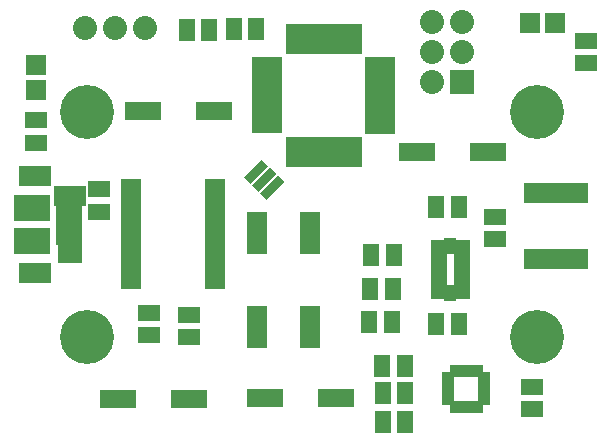
<source format=gts>
G04 (created by PCBNEW-RS274X (2011-nov-30)-testing) date Tue 07 Aug 2012 01:29:55 PM EDT*
%MOIN*%
G04 Gerber Fmt 3.4, Leading zero omitted, Abs format*
%FSLAX34Y34*%
G01*
G70*
G90*
G04 APERTURE LIST*
%ADD10C,0.006*%
%ADD11R,0.0554X0.0436*%
%ADD12R,0.0436X0.0554*%
%ADD13R,0.0357X0.0397*%
%ADD14R,0.0397X0.0357*%
%ADD15C,0.08*%
%ADD16R,0.0672X0.0672*%
%ADD17R,0.08X0.08*%
%ADD18R,0.0869X0.0357*%
%ADD19R,0.1106X0.0712*%
%ADD20R,0.1067X0.0712*%
%ADD21R,0.0791X0.0712*%
%ADD22R,0.1184X0.0909*%
%ADD23R,0.035X0.07*%
%ADD24R,0.0987X0.0377*%
%ADD25R,0.0377X0.0987*%
%ADD26R,0.07X0.036*%
%ADD27R,0.055X0.075*%
%ADD28R,0.075X0.055*%
%ADD29R,0.1184X0.0593*%
%ADD30C,0.18*%
%ADD31R,0.0712X0.142*%
G04 APERTURE END LIST*
G54D10*
G54D11*
X14211Y6797D03*
X14211Y6482D03*
X14211Y6167D03*
X14211Y5853D03*
X14211Y5538D03*
X14211Y5223D03*
G54D12*
X14605Y5223D03*
G54D11*
X14999Y5223D03*
X14999Y5538D03*
X14999Y5853D03*
X14999Y6167D03*
X14999Y6482D03*
X14999Y6797D03*
G54D12*
X14605Y6797D03*
G54D13*
X14756Y1425D03*
X15012Y1425D03*
X15268Y1425D03*
X15524Y1425D03*
G54D14*
X15740Y1641D03*
X15740Y1897D03*
X15740Y2153D03*
X15740Y2409D03*
G54D13*
X15524Y2625D03*
X15268Y2625D03*
X15012Y2625D03*
X14756Y2625D03*
G54D14*
X14540Y2409D03*
X14540Y2153D03*
X14540Y1897D03*
X14540Y1641D03*
G54D15*
X4430Y14070D03*
X3430Y14070D03*
X2430Y14070D03*
G54D16*
X800Y11987D03*
X800Y12813D03*
G54D17*
X14980Y12250D03*
G54D15*
X13980Y12250D03*
X14980Y13250D03*
X13980Y13250D03*
X14980Y14250D03*
X13980Y14250D03*
G54D18*
X1893Y7500D03*
X1893Y7756D03*
X1893Y6988D03*
G54D19*
X751Y9114D03*
G54D20*
X1932Y8445D03*
G54D19*
X751Y5886D03*
G54D21*
X1932Y6555D03*
G54D18*
X1893Y7244D03*
G54D22*
X672Y8051D03*
X672Y6949D03*
G54D18*
X1893Y8012D03*
G54D16*
X18083Y14205D03*
X17257Y14205D03*
G54D10*
G36*
X8806Y9181D02*
X8219Y8594D01*
X7994Y8819D01*
X8581Y9406D01*
X8806Y9181D01*
X8806Y9181D01*
G37*
G36*
X9070Y8917D02*
X8483Y8330D01*
X8258Y8555D01*
X8845Y9142D01*
X9070Y8917D01*
X9070Y8917D01*
G37*
G36*
X8542Y9445D02*
X7955Y8858D01*
X7730Y9083D01*
X8317Y9670D01*
X8542Y9445D01*
X8542Y9445D01*
G37*
G54D23*
X17219Y6348D03*
X17475Y6348D03*
X17731Y6348D03*
X17987Y6348D03*
X18243Y6348D03*
X18499Y6348D03*
X18755Y6348D03*
X19011Y6348D03*
X19011Y8552D03*
X18755Y8552D03*
X18499Y8552D03*
X18243Y8552D03*
X17987Y8552D03*
X17731Y8552D03*
X17475Y8552D03*
X17219Y8552D03*
G54D24*
X8504Y10707D03*
X8504Y11022D03*
X8504Y11337D03*
X8504Y11652D03*
X8504Y11967D03*
X8504Y12282D03*
X8504Y12597D03*
X8504Y12912D03*
X12270Y12910D03*
X12270Y10700D03*
X12270Y11020D03*
X12270Y11340D03*
X12270Y11650D03*
X12270Y11970D03*
X12270Y12280D03*
X12270Y12600D03*
G54D25*
X9288Y13700D03*
X9602Y13700D03*
X9918Y13700D03*
X10232Y13700D03*
X10548Y13700D03*
X10862Y13700D03*
X11178Y13700D03*
X11492Y13700D03*
X9290Y9920D03*
X9600Y9920D03*
X9920Y9920D03*
X10230Y9920D03*
X10540Y9920D03*
X10860Y9920D03*
X11180Y9920D03*
X11500Y9920D03*
G54D26*
X6775Y5520D03*
X6775Y5770D03*
X6775Y6030D03*
X6775Y6290D03*
X6775Y6540D03*
X6775Y6800D03*
X6775Y7060D03*
X6775Y7310D03*
X6775Y7570D03*
X6775Y7820D03*
X6775Y8080D03*
X6775Y8340D03*
X6775Y8590D03*
X6775Y8850D03*
X3975Y8850D03*
X3975Y8590D03*
X3975Y8350D03*
X3975Y8080D03*
X3975Y7820D03*
X3975Y7570D03*
X3975Y7310D03*
X3975Y7060D03*
X3975Y6800D03*
X3975Y6540D03*
X3975Y6290D03*
X3975Y6030D03*
X3975Y5770D03*
X3975Y5520D03*
G54D27*
X11965Y6475D03*
X12715Y6475D03*
X12345Y915D03*
X13095Y915D03*
G54D28*
X17340Y2100D03*
X17340Y1350D03*
G54D27*
X14140Y4195D03*
X14890Y4195D03*
G54D28*
X16110Y7755D03*
X16110Y7005D03*
G54D27*
X14140Y8095D03*
X14890Y8095D03*
X11905Y4270D03*
X12655Y4270D03*
X11935Y5365D03*
X12685Y5365D03*
G54D28*
X4570Y4570D03*
X4570Y3820D03*
G54D27*
X13080Y2790D03*
X12330Y2790D03*
X13095Y1875D03*
X12345Y1875D03*
G54D28*
X5900Y4500D03*
X5900Y3750D03*
X2900Y7925D03*
X2900Y8675D03*
G54D27*
X8135Y14010D03*
X7385Y14010D03*
X5815Y14000D03*
X6565Y14000D03*
G54D28*
X19140Y13635D03*
X19140Y12885D03*
G54D29*
X15859Y9920D03*
X13500Y9920D03*
X10789Y1710D03*
X8430Y1710D03*
X5879Y1700D03*
X3520Y1700D03*
X6729Y11300D03*
X4370Y11300D03*
G54D30*
X2500Y11250D03*
X17500Y3750D03*
X17500Y11250D03*
X2500Y3750D03*
G54D28*
X800Y10975D03*
X800Y10225D03*
G54D31*
X9936Y4100D03*
X9936Y7230D03*
X8164Y7230D03*
X8164Y4100D03*
M02*

</source>
